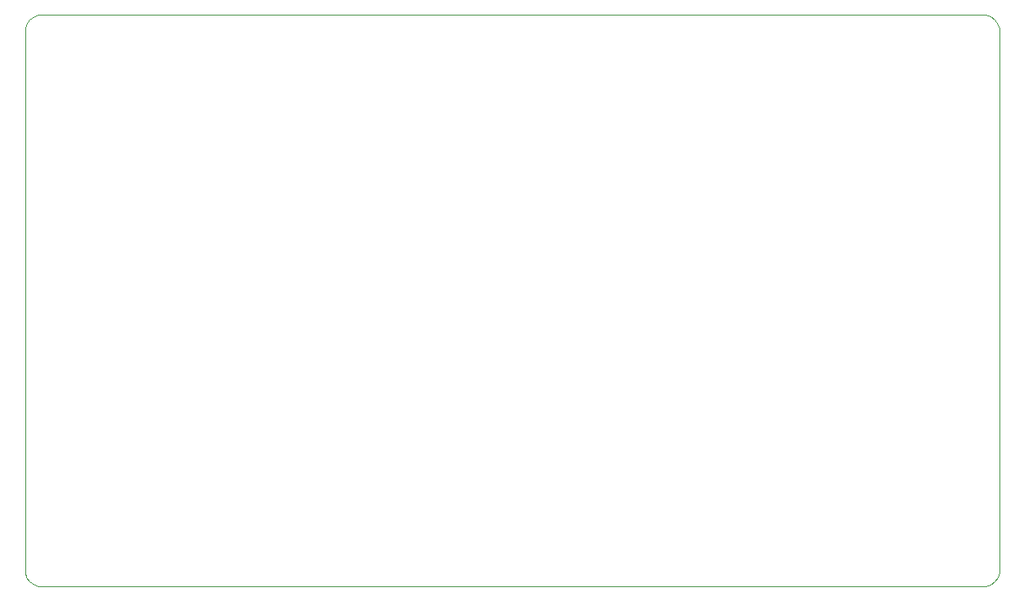
<source format=gbr>
G04 DipTrace 4.2.0.1*
G04 BoardOutline.gbr*
%MOMM*%
G04 #@! TF.FileFunction,Profile*
G04 #@! TF.Part,Single*
%ADD10C,0.12*%
%FSLAX35Y35*%
G04*
G71*
G90*
G75*
G01*
G04 BoardOutline*
%LPD*%
X10048873Y5873750D2*
D10*
X10001250Y5905500D1*
X9953627Y5921377D1*
X142873D1*
X95250Y5905500D1*
X47623Y5873750D1*
X15873Y5826123D1*
X0Y5778500D1*
Y142877D1*
X15873Y95250D1*
X47623Y47623D1*
X95250Y15877D1*
X142873Y0D1*
X9953627D1*
X10001250Y15877D1*
X10048873Y47623D1*
X10080627Y95250D1*
X10096500Y142877D1*
Y5778500D1*
X10080627Y5826123D1*
X10048873Y5873750D1*
M02*

</source>
